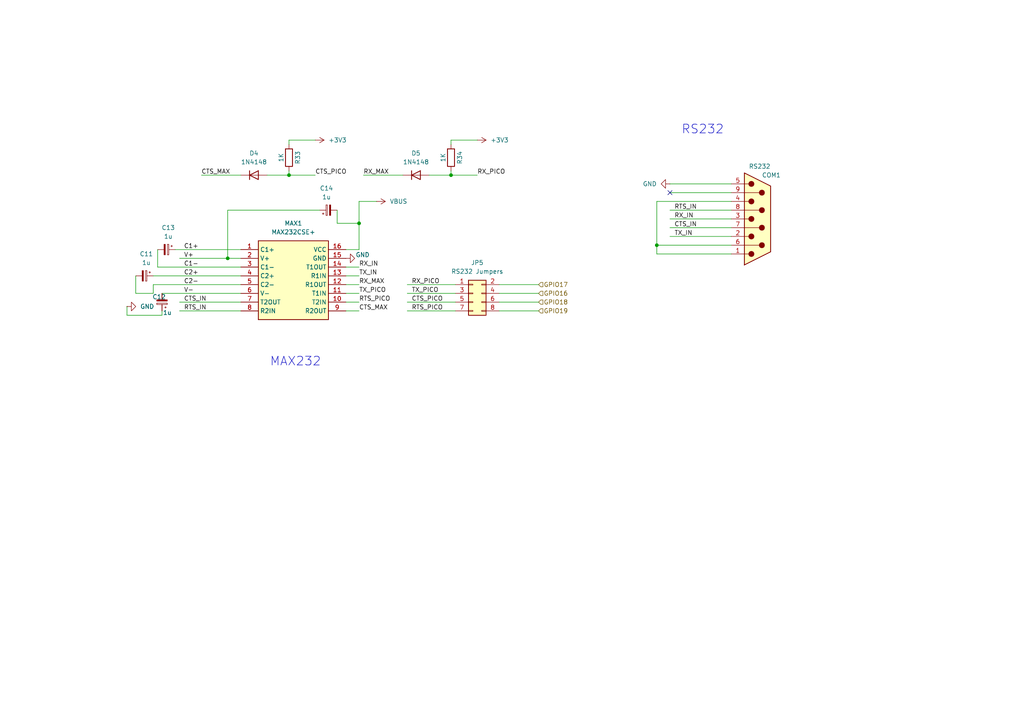
<source format=kicad_sch>
(kicad_sch (version 20231120) (generator "eeschema") (generator_version "8.0")
  (paper "A4")
  (title_block (title "FRANK") (date "2024-12-15") (rev "2.0") (company "Mikhail Matveev") (comment 1 "https://github.com/xtremespb/frank2"))
  (lib_symbols
    (symbol "Connector:DB9_Male" (pin_names (offset 1.016) hide)
      (property "Reference" "J" (at 0 13.97 0))
      (property "Value" "DB9_Male" (at 0 -14.605 0))
      (symbol "DB9_Male_0_1"
        (circle (center -1.778 -10.16) (radius 0.762) (fill (type outline)))
        (circle (center -1.778 -5.08) (radius 0.762) (fill (type outline)))
        (circle (center -1.778 0) (radius 0.762) (fill (type outline)))
        (circle (center -1.778 5.08) (radius 0.762) (fill (type outline)))
        (circle (center -1.778 10.16) (radius 0.762) (fill (type outline)))
        (polyline (pts (xy -3.81 -10.16) (xy -2.54 -10.16)))
        (polyline (pts (xy -3.81 -7.62) (xy 0.508 -7.62)))
        (polyline (pts (xy -3.81 -5.08) (xy -2.54 -5.08)))
        (polyline (pts (xy -3.81 -2.54) (xy 0.508 -2.54)))
        (polyline (pts (xy -3.81 0) (xy -2.54 0)))
        (polyline (pts (xy -3.81 2.54) (xy 0.508 2.54)))
        (polyline (pts (xy -3.81 5.08) (xy -2.54 5.08)))
        (polyline (pts (xy -3.81 7.62) (xy 0.508 7.62)))
        (polyline (pts (xy -3.81 10.16) (xy -2.54 10.16)))
        (polyline (pts (xy -3.81 -13.335) (xy -3.81 13.335) (xy 3.81 9.525) (xy 3.81 -9.525) (xy -3.81 -13.335)) (stroke (width 0.254)) (fill (type background)))
        (circle (center 1.27 -7.62) (radius 0.762) (fill (type outline)))
        (circle (center 1.27 -2.54) (radius 0.762) (fill (type outline)))
        (circle (center 1.27 2.54) (radius 0.762) (fill (type outline)))
        (circle (center 1.27 7.62) (radius 0.762) (fill (type outline)))
      )
      (symbol "DB9_Male_1_1"
        (pin passive line (at -7.62 -10.16 0) (length 3.81) (name "1") (number "1"))
        (pin passive line (at -7.62 -5.08 0) (length 3.81) (name "2") (number "2"))
        (pin passive line (at -7.62 0 0) (length 3.81) (name "3") (number "3"))
        (pin passive line (at -7.62 5.08 0) (length 3.81) (name "4") (number "4"))
        (pin passive line (at -7.62 10.16 0) (length 3.81) (name "5") (number "5"))
        (pin passive line (at -7.62 -7.62 0) (length 3.81) (name "6") (number "6"))
        (pin passive line (at -7.62 -2.54 0) (length 3.81) (name "7") (number "7"))
        (pin passive line (at -7.62 2.54 0) (length 3.81) (name "8") (number "8"))
        (pin passive line (at -7.62 7.62 0) (length 3.81) (name "9") (number "9"))
      )
    )
    (symbol "Connector_Generic:Conn_02x04_Odd_Even" (pin_names (offset 1.016) hide)
      (property "Reference" "J" (at 1.27 5.08 0))
      (property "Value" "Conn_02x04_Odd_Even" (at 1.27 -7.62 0))
      (symbol "Conn_02x04_Odd_Even_1_1"
        (rectangle (start -1.27 -4.953) (end 0 -5.207) (stroke (width 0.1524)))
        (rectangle (start -1.27 -2.413) (end 0 -2.667) (stroke (width 0.1524)))
        (rectangle (start -1.27 0.127) (end 0 -0.127) (stroke (width 0.1524)))
        (rectangle (start -1.27 2.667) (end 0 2.413) (stroke (width 0.1524)))
        (rectangle (start -1.27 3.81) (end 3.81 -6.35) (stroke (width 0.254)) (fill (type background)))
        (rectangle (start 3.81 -4.953) (end 2.54 -5.207) (stroke (width 0.1524)))
        (rectangle (start 3.81 -2.413) (end 2.54 -2.667) (stroke (width 0.1524)))
        (rectangle (start 3.81 0.127) (end 2.54 -0.127) (stroke (width 0.1524)))
        (rectangle (start 3.81 2.667) (end 2.54 2.413) (stroke (width 0.1524)))
        (pin passive line (at -5.08 2.54 0) (length 3.81) (name "Pin_1") (number "1"))
        (pin passive line (at 7.62 2.54 180) (length 3.81) (name "Pin_2") (number "2"))
        (pin passive line (at -5.08 0 0) (length 3.81) (name "Pin_3") (number "3"))
        (pin passive line (at 7.62 0 180) (length 3.81) (name "Pin_4") (number "4"))
        (pin passive line (at -5.08 -2.54 0) (length 3.81) (name "Pin_5") (number "5"))
        (pin passive line (at 7.62 -2.54 180) (length 3.81) (name "Pin_6") (number "6"))
        (pin passive line (at -5.08 -5.08 0) (length 3.81) (name "Pin_7") (number "7"))
        (pin passive line (at 7.62 -5.08 180) (length 3.81) (name "Pin_8") (number "8"))
      )
    )
    (symbol "Device:C_Polarized_Small" (pin_numbers hide) (pin_names (offset 0.254) hide)
      (property "Reference" "C" (at 0.254 1.778 0))
      (property "Value" "C_Polarized_Small" (at 0.254 -2.032 0))
      (symbol "C_Polarized_Small_0_1"
        (rectangle (start -1.524 -0.3048) (end 1.524 -0.6858) (fill (type outline)))
        (rectangle (start -1.524 0.6858) (end 1.524 0.3048))
        (polyline (pts (xy -1.27 1.524) (xy -0.762 1.524)))
        (polyline (pts (xy -1.016 1.27) (xy -1.016 1.778)))
      )
      (symbol "C_Polarized_Small_1_1"
        (pin passive line (at 0 2.54 270) (length 1.8542) (name "~") (number "1"))
        (pin passive line (at 0 -2.54 90) (length 1.8542) (name "~") (number "2"))
      )
    )
    (symbol "Device:R" (pin_numbers hide) (pin_names (offset 0))
      (property "Reference" "R" (at 2.032 0 90))
      (property "Value" "R" (at 0 0 90))
      (symbol "R_0_1"
        (rectangle (start -1.016 -2.54) (end 1.016 2.54) (stroke (width 0.254)))
      )
      (symbol "R_1_1"
        (pin passive line (at 0 3.81 270) (length 1.27) (name "~") (number "1"))
        (pin passive line (at 0 -3.81 90) (length 1.27) (name "~") (number "2"))
      )
    )
    (symbol "Diode:1N4148" (pin_numbers hide) (pin_names hide)
      (property "Reference" "D" (at 0 2.54 0))
      (property "Value" "1N4148" (at 0 -2.54 0))
      (symbol "1N4148_0_1"
        (polyline (pts (xy -1.27 1.27) (xy -1.27 -1.27)) (stroke (width 0.254)))
        (polyline (pts (xy 1.27 0) (xy -1.27 0)))
        (polyline (pts (xy 1.27 1.27) (xy 1.27 -1.27) (xy -1.27 0) (xy 1.27 1.27)) (stroke (width 0.254)))
      )
      (symbol "1N4148_1_1"
        (pin passive line (at -3.81 0 0) (length 2.54) (name "K") (number "1"))
        (pin passive line (at 3.81 0 180) (length 2.54) (name "A") (number "2"))
      )
    )
    (symbol "GND_2" (power) (pin_numbers hide) (pin_names (offset 0) hide)
      (property "Value" "GND" (at 0 -3.81 0))
      (symbol "GND_2_0_1"
        (polyline (pts (xy 0 0) (xy 0 -1.27) (xy 1.27 -1.27) (xy 0 -2.54) (xy -1.27 -1.27) (xy 0 -1.27)))
      )
      (symbol "GND_2_1_1"
        (pin power_in line (at 0 0 270) (length 0) (name "~") (number "1"))
      )
    )
    (symbol "GND_3" (power) (pin_numbers hide) (pin_names (offset 0) hide)
      (property "Value" "GND" (at 0 -3.81 0))
      (symbol "GND_3_0_1"
        (polyline (pts (xy 0 0) (xy 0 -1.27) (xy 1.27 -1.27) (xy 0 -2.54) (xy -1.27 -1.27) (xy 0 -1.27)))
      )
      (symbol "GND_3_1_1"
        (pin power_in line (at 0 0 270) (length 0) (name "~") (number "1"))
      )
    )
    (symbol "GND_7" (power) (pin_numbers hide) (pin_names (offset 0) hide)
      (property "Value" "GND" (at 0 -3.81 0))
      (symbol "GND_7_0_1"
        (polyline (pts (xy 0 0) (xy 0 -1.27) (xy 1.27 -1.27) (xy 0 -2.54) (xy -1.27 -1.27) (xy 0 -1.27)))
      )
      (symbol "GND_7_1_1"
        (pin power_in line (at 0 0 270) (length 0) (name "~") (number "1"))
      )
    )
    (symbol "LIBS:MAX232CSE+"
      (property "Reference" "IC" (at 26.67 7.62 0))
      (property "Value" "MAX232CSE+" (at 26.67 5.08 0))
      (symbol "MAX232CSE+_1_1"
        (rectangle (start 5.08 2.54) (end 25.4 -20.32) (stroke (width 0.254)) (fill (type background)))
        (pin passive line (at 0 0 0) (length 5.08) (name "C1+") (number "1"))
        (pin passive line (at 30.48 -15.24 180) (length 5.08) (name "T2IN") (number "10"))
        (pin passive line (at 30.48 -12.7 180) (length 5.08) (name "T1IN") (number "11"))
        (pin passive line (at 30.48 -10.16 180) (length 5.08) (name "R1OUT") (number "12"))
        (pin passive line (at 30.48 -7.62 180) (length 5.08) (name "R1IN") (number "13"))
        (pin passive line (at 30.48 -5.08 180) (length 5.08) (name "T1OUT") (number "14"))
        (pin passive line (at 30.48 -2.54 180) (length 5.08) (name "GND") (number "15"))
        (pin passive line (at 30.48 0 180) (length 5.08) (name "VCC") (number "16"))
        (pin passive line (at 0 -2.54 0) (length 5.08) (name "V+") (number "2"))
        (pin passive line (at 0 -5.08 0) (length 5.08) (name "C1-") (number "3"))
        (pin passive line (at 0 -7.62 0) (length 5.08) (name "C2+") (number "4"))
        (pin passive line (at 0 -10.16 0) (length 5.08) (name "C2-") (number "5"))
        (pin passive line (at 0 -12.7 0) (length 5.08) (name "V-") (number "6"))
        (pin passive line (at 0 -15.24 0) (length 5.08) (name "T2OUT") (number "7"))
        (pin passive line (at 0 -17.78 0) (length 5.08) (name "R2IN") (number "8"))
        (pin passive line (at 30.48 -17.78 180) (length 5.08) (name "R2OUT") (number "9"))
      )
    )
    (symbol "power:+3V3" (power) (pin_numbers hide) (pin_names (offset 0) hide)
      (property "Value" "+3V3" (at 0 3.556 0))
      (symbol "+3V3_0_1"
        (polyline (pts (xy -0.762 1.27) (xy 0 2.54)))
        (polyline (pts (xy 0 0) (xy 0 2.54)))
        (polyline (pts (xy 0 2.54) (xy 0.762 1.27)))
      )
      (symbol "+3V3_1_1"
        (pin power_in line (at 0 0 90) (length 0) (name "~") (number "1"))
      )
    )
    (symbol "power:VBUS" (power) (pin_numbers hide) (pin_names (offset 0) hide)
      (property "Value" "VBUS" (at 0 3.556 0))
      (symbol "VBUS_0_1"
        (polyline (pts (xy -0.762 1.27) (xy 0 2.54)))
        (polyline (pts (xy 0 0) (xy 0 2.54)))
        (polyline (pts (xy 0 2.54) (xy 0.762 1.27)))
      )
      (symbol "VBUS_1_1"
        (pin power_in line (at 0 0 90) (length 0) (name "~") (number "1"))
      )
    )
  )
  (junction (at 83.82 50.8))
  (junction (at 130.81 50.8))
  (junction (at 190.5 71.12))
  (junction (at 104.14 64.77))
  (junction (at 66.04 74.93))
  (no_connect (at 194.31 55.88))
  (wire (pts (xy 44.45 85.09) (xy 44.45 82.55)))
  (wire (pts (xy 100.33 87.63) (xy 104.14 87.63)))
  (wire (pts (xy 100.33 82.55) (xy 104.14 82.55)))
  (wire (pts (xy 118.11 87.63) (xy 132.08 87.63)))
  (wire (pts (xy 190.5 73.66) (xy 190.5 71.12)))
  (wire (pts (xy 44.45 82.55) (xy 69.85 82.55)))
  (wire (pts (xy 130.81 40.64) (xy 130.81 41.91)))
  (wire (pts (xy 97.79 64.77) (xy 97.79 60.96)))
  (wire (pts (xy 39.37 85.09) (xy 44.45 85.09)))
  (wire (pts (xy 46.99 85.09) (xy 69.85 85.09)))
  (wire (pts (xy 50.8 72.39) (xy 69.85 72.39)))
  (wire (pts (xy 144.78 90.17) (xy 156.21 90.17)))
  (wire (pts (xy 190.5 71.12) (xy 190.5 58.42)))
  (wire (pts (xy 190.5 58.42) (xy 212.09 58.42)))
  (wire (pts (xy 83.82 49.53) (xy 83.82 50.8)))
  (wire (pts (xy 46.99 91.44) (xy 46.99 90.17)))
  (wire (pts (xy 105.41 50.8) (xy 116.84 50.8)))
  (wire (pts (xy 124.46 50.8) (xy 130.81 50.8)))
  (wire (pts (xy 100.33 72.39) (xy 104.14 72.39)))
  (wire (pts (xy 52.07 90.17) (xy 69.85 90.17)))
  (wire (pts (xy 190.5 71.12) (xy 212.09 71.12)))
  (wire (pts (xy 44.45 80.01) (xy 69.85 80.01)))
  (wire (pts (xy 104.14 58.42) (xy 109.22 58.42)))
  (wire (pts (xy 83.82 50.8) (xy 91.44 50.8)))
  (wire (pts (xy 118.11 85.09) (xy 132.08 85.09)))
  (wire (pts (xy 66.04 60.96) (xy 66.04 74.93)))
  (wire (pts (xy 45.72 72.39) (xy 45.72 77.47)))
  (wire (pts (xy 45.72 77.47) (xy 69.85 77.47)))
  (wire (pts (xy 194.31 66.04) (xy 212.09 66.04)))
  (wire (pts (xy 194.31 60.96) (xy 212.09 60.96)))
  (wire (pts (xy 118.11 82.55) (xy 132.08 82.55)))
  (wire (pts (xy 100.33 90.17) (xy 104.14 90.17)))
  (wire (pts (xy 36.83 91.44) (xy 36.83 88.9)))
  (wire (pts (xy 91.44 40.64) (xy 83.82 40.64)))
  (wire (pts (xy 194.31 53.34) (xy 212.09 53.34)))
  (wire (pts (xy 36.83 91.44) (xy 46.99 91.44)))
  (wire (pts (xy 138.43 40.64) (xy 130.81 40.64)))
  (wire (pts (xy 39.37 80.01) (xy 39.37 85.09)))
  (wire (pts (xy 52.07 87.63) (xy 69.85 87.63)))
  (wire (pts (xy 144.78 87.63) (xy 156.21 87.63)))
  (wire (pts (xy 52.07 74.93) (xy 66.04 74.93)))
  (wire (pts (xy 83.82 40.64) (xy 83.82 41.91)))
  (wire (pts (xy 66.04 74.93) (xy 69.85 74.93)))
  (wire (pts (xy 92.71 60.96) (xy 66.04 60.96)))
  (wire (pts (xy 144.78 82.55) (xy 156.21 82.55)))
  (wire (pts (xy 77.47 50.8) (xy 83.82 50.8)))
  (wire (pts (xy 144.78 85.09) (xy 156.21 85.09)))
  (wire (pts (xy 130.81 49.53) (xy 130.81 50.8)))
  (wire (pts (xy 194.31 55.88) (xy 212.09 55.88)))
  (wire (pts (xy 130.81 50.8) (xy 138.43 50.8)))
  (wire (pts (xy 100.33 77.47) (xy 104.14 77.47)))
  (wire (pts (xy 118.11 90.17) (xy 132.08 90.17)))
  (wire (pts (xy 100.33 80.01) (xy 104.14 80.01)))
  (wire (pts (xy 190.5 73.66) (xy 212.09 73.66)))
  (wire (pts (xy 104.14 64.77) (xy 104.14 58.42)))
  (wire (pts (xy 104.14 64.77) (xy 104.14 72.39)))
  (wire (pts (xy 100.33 85.09) (xy 104.14 85.09)))
  (wire (pts (xy 194.31 68.58) (xy 212.09 68.58)))
  (wire (pts (xy 58.42 50.8) (xy 69.85 50.8)))
  (wire (pts (xy 194.31 63.5) (xy 212.09 63.5)))
  (wire (pts (xy 97.79 64.77) (xy 104.14 64.77)))
  (text "RS232" (at 197.612 39.116 0) (effects (font (size 2.54 2.54)) (justify left bottom)))
  (text "MAX232" (at 78.232 106.426 0) (effects (font (size 2.54 2.54)) (justify left bottom)))
  (label "TX_PICO" (at 119.38 85.09 0))
  (label "CTS_PICO" (at 119.38 87.63 0))
  (label "RTS_PICO" (at 119.38 90.17 0))
  (label "CTS_MAX" (at 104.14 90.17 0))
  (label "RX_IN" (at 104.14 77.47 0))
  (label "CTS_IN" (at 53.34 87.63 0))
  (label "CTS_MAX" (at 58.42 50.8 0))
  (label "RX_MAX" (at 105.41 50.8 0))
  (label "TX_IN" (at 195.58 68.58 0))
  (label "TX_PICO" (at 104.14 85.09 0))
  (label "C1-" (at 53.34 77.47 0))
  (label "RX_PICO" (at 138.43 50.8 0))
  (label "RTS_PICO" (at 104.14 87.63 0))
  (label "V-" (at 53.34 85.09 0))
  (label "RTS_IN" (at 195.58 60.96 0))
  (label "C2-" (at 53.34 82.55 0))
  (label "RX_MAX" (at 104.14 82.55 0))
  (label "C1+" (at 53.34 72.39 0))
  (label "RTS_IN" (at 53.34 90.17 0))
  (label "C2+" (at 53.34 80.01 0))
  (label "RX_PICO" (at 119.38 82.55 0))
  (label "CTS_PICO" (at 91.44 50.8 0))
  (label "CTS_IN" (at 195.58 66.04 0))
  (label "TX_IN" (at 104.14 80.01 0))
  (label "RX_IN" (at 195.58 63.5 0))
  (label "V+" (at 53.34 74.93 0))
  (hierarchical_label "GPIO16" (shape input) (at 156.21 85.09 0))
  (hierarchical_label "GPIO17" (shape input) (at 156.21 82.55 0))
  (hierarchical_label "GPIO18" (shape input) (at 156.21 87.63 0))
  (hierarchical_label "GPIO19" (shape input) (at 156.21 90.17 0))
  (symbol (lib_id "Connector_Generic:Conn_02x04_Odd_Even") (at 137.16 85.09 0) (unit 1)
    (property "Reference" "JP5" (at 138.43 76.2 0))
    (property "Value" "RS232 Jumpers" (at 138.43 78.74 0))
    (property "Footprint" "LIBS:Medved_PinHeader_2x04_P2.54mm_Vertical" (effects (hide yes)))
    (property "Description" "Generic connector, double row, 02x04, odd/even pin numbering scheme (row 1 odd numbers, row 2 even numbers), script generated (kicad-library-utils/schlib/autogen/connector/)" (effects (hide yes)))
  )
  (symbol (lib_id "power:+3V3") (at 91.44 40.64 270) (unit 1)
    (property "Reference" "#PWR064" (effects (hide yes)))
    (property "Value" "+3V3" (at 95.25 40.6399 90) (effects (justify left)))
    (property "Description" "Power symbol creates a global label with name \"+3V3\"" (effects (hide yes)))
  )
  (symbol (lib_id "power:VBUS") (at 109.22 58.42 270) (unit 1)
    (property "Reference" "#PWR033" (effects (hide yes)))
    (property "Value" "VBUS" (at 113.03 58.4199 90) (effects (justify left)))
    (property "Description" "Power symbol creates a global label with name \"VBUS\"" (effects (hide yes)))
  )
  (symbol (lib_id "power:+3V3") (at 138.43 40.64 270) (unit 1)
    (property "Reference" "#PWR065" (effects (hide yes)))
    (property "Value" "+3V3" (at 142.24 40.6399 90) (effects (justify left)))
    (property "Description" "Power symbol creates a global label with name \"+3V3\"" (effects (hide yes)))
  )
  (symbol (lib_id "Device:R") (at 130.81 45.72 180) (unit 1)
    (property "Reference" "R34" (at 133.35 45.72 90))
    (property "Value" "1K" (at 128.524 45.72 90))
    (property "Footprint" "LIBS:Medved_R_0805" (effects (hide yes)))
  )
  (symbol (lib_id "Device:C_Polarized_Small") (at 95.25 60.96 90) (unit 1)
    (property "Reference" "C14" (at 94.7039 54.61 90))
    (property "Value" "1u" (at 94.7039 57.15 90))
    (property "Footprint" "LIBS:Medved_CP_Radial_D5.0mm_P2.50mm" (effects (hide yes)))
    (property "Description" "Polarized capacitor, small symbol" (effects (hide yes)))
  )
  (symbol (lib_name "GND_3") (lib_id "power:GND") (at 194.31 53.34 270) (unit 1)
    (property "Reference" "#PWR034" (effects (hide yes)))
    (property "Value" "GND" (at 190.5 53.3399 90) (effects (justify right)))
    (property "Description" "Power symbol creates a global label with name \"GND\" , ground" (effects (hide yes)))
  )
  (symbol (lib_id "Diode:1N4148") (at 120.65 50.8 0) (unit 1)
    (property "Reference" "D5" (at 120.65 44.45 0))
    (property "Value" "1N4148" (at 120.65 46.99 0))
    (property "Footprint" "LIBS:Medved_D_0805" (effects (hide yes)))
    (property "Datasheet" "https://assets.nexperia.com/documents/data-sheet/1N4148_1N4448.pdf" (effects (hide yes)))
    (property "Description" "100V 0.15A standard switching diode, DO-35" (effects (hide yes)))
    (property "Sim.Device" "D" (effects (hide yes)))
    (property "Sim.Pins" "1=K 2=A" (effects (hide yes)))
  )
  (symbol (lib_id "Device:C_Polarized_Small") (at 41.91 80.01 270) (unit 1)
    (property "Reference" "C11" (at 42.4561 73.66 90))
    (property "Value" "1u" (at 42.4561 76.2 90))
    (property "Footprint" "LIBS:Medved_CP_Radial_D5.0mm_P2.50mm" (effects (hide yes)))
    (property "Description" "Polarized capacitor, small symbol" (effects (hide yes)))
  )
  (symbol (lib_id "LIBS:MAX232CSE+") (at 69.85 72.39 0) (unit 1)
    (property "Reference" "MAX1" (at 85.09 64.77 0))
    (property "Value" "MAX232CSE+" (at 85.09 67.31 0))
    (property "Footprint" "LIBS:SOIC127P600X175-16N" (effects (hide yes)))
    (property "Datasheet" "http://datasheets.maximintegrated.com/en/ds/MAX220-MAX249.pdf" (effects (hide yes)))
    (property "Description" "MAX232CSE+, Line Transceiver, EIA/TIA-232-E, RS-232, V.24, V.28 2-TX 2-RX 2-TRX, 5V, 16-Pin SOIC" (effects (hide yes)))
    (property "Height" "1.75" (effects (hide yes)))
    (property "Mouser Part Number" "700-MAX232CSE" (effects (hide yes)))
    (property "Mouser Price/Stock" "https://www.mouser.co.uk/ProductDetail/Analog-Devices-Maxim-Integrated/MAX232CSE%2b?qs=1THa7WoU59E0tHinO%252BHrBQ%3D%3D" (effects (hide yes)))
    (property "Manufacturer_Name" "Analog Devices" (effects (hide yes)))
    (property "Manufacturer_Part_Number" "MAX232CSE+" (effects (hide yes)))
  )
  (symbol (lib_name "GND_7") (lib_id "power:GND") (at 36.83 88.9 90) (unit 1)
    (property "Reference" "#PWR031" (effects (hide yes)))
    (property "Value" "GND" (at 40.64 88.8999 90) (effects (justify right)))
    (property "Description" "Power symbol creates a global label with name \"GND\" , ground" (effects (hide yes)))
  )
  (symbol (lib_id "Device:C_Polarized_Small") (at 48.26 72.39 270) (unit 1)
    (property "Reference" "C13" (at 48.8061 66.04 90))
    (property "Value" "1u" (at 48.8061 68.58 90))
    (property "Footprint" "LIBS:Medved_CP_Radial_D5.0mm_P2.50mm" (effects (hide yes)))
    (property "Description" "Polarized capacitor, small symbol" (effects (hide yes)))
  )
  (symbol (lib_id "Device:R") (at 83.82 45.72 180) (unit 1)
    (property "Reference" "R33" (at 86.36 45.72 90))
    (property "Value" "1K" (at 81.534 45.72 90))
    (property "Footprint" "LIBS:Medved_R_0805" (effects (hide yes)))
  )
  (symbol (lib_name "GND_2") (lib_id "power:GND") (at 100.33 74.93 90) (unit 1)
    (property "Reference" "#PWR032" (effects (hide yes)))
    (property "Value" "GND" (at 103.124 73.914 90) (effects (justify right)))
    (property "Description" "Power symbol creates a global label with name \"GND\" , ground" (effects (hide yes)))
  )
  (symbol (lib_id "Diode:1N4148") (at 73.66 50.8 0) (unit 1)
    (property "Reference" "D4" (at 73.66 44.45 0))
    (property "Value" "1N4148" (at 73.66 46.99 0))
    (property "Footprint" "LIBS:Medved_D_0805" (effects (hide yes)))
    (property "Datasheet" "https://assets.nexperia.com/documents/data-sheet/1N4148_1N4448.pdf" (effects (hide yes)))
    (property "Description" "100V 0.15A standard switching diode, DO-35" (effects (hide yes)))
    (property "Sim.Device" "D" (effects (hide yes)))
    (property "Sim.Pins" "1=K 2=A" (effects (hide yes)))
  )
  (symbol (lib_id "Device:C_Polarized_Small") (at 46.99 87.63 180) (unit 1)
    (property "Reference" "C12" (at 44.196 86.106 0) (effects (justify right)))
    (property "Value" "1u" (at 47.244 90.678 0) (effects (justify right)))
    (property "Footprint" "LIBS:Medved_CP_Radial_D5.0mm_P2.50mm" (effects (hide yes)))
    (property "Description" "Polarized capacitor, small symbol" (effects (hide yes)))
  )
  (symbol (lib_id "Connector:DB9_Male") (at 219.71 63.5 0) (unit 1)
    (property "Reference" "COM1" (at 220.98 50.8 0) (effects (justify left)))
    (property "Value" "RS232" (at 217.17 48.26 0) (effects (justify left)))
    (property "Footprint" "LIBS:DB9" (effects (hide yes)))
  )
)
</source>
